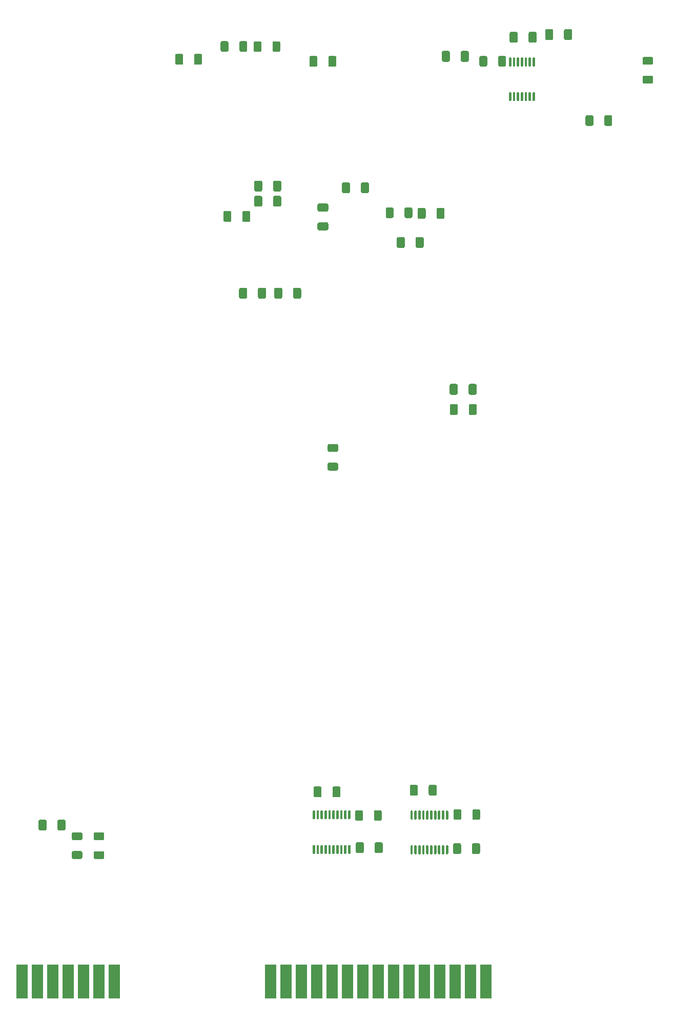
<source format=gbp>
%TF.GenerationSoftware,KiCad,Pcbnew,5.1.9+dfsg1-1+deb11u1*%
%TF.CreationDate,2025-09-29T16:31:51+02:00*%
%TF.ProjectId,VERA-MODULE-RBL,56455241-2d4d-44f4-9455-4c452d52424c,1.0*%
%TF.SameCoordinates,Original*%
%TF.FileFunction,Paste,Bot*%
%TF.FilePolarity,Positive*%
%FSLAX46Y46*%
G04 Gerber Fmt 4.6, Leading zero omitted, Abs format (unit mm)*
G04 Created by KiCad (PCBNEW 5.1.9+dfsg1-1+deb11u1) date 2025-09-29 16:31:51*
%MOMM*%
%LPD*%
G01*
G04 APERTURE LIST*
%ADD10R,1.930400X5.588000*%
G04 APERTURE END LIST*
%TO.C,U8*%
G36*
G01*
X252450000Y-55725000D02*
X252250000Y-55725000D01*
G75*
G02*
X252150000Y-55625000I0J100000D01*
G01*
X252150000Y-54350000D01*
G75*
G02*
X252250000Y-54250000I100000J0D01*
G01*
X252450000Y-54250000D01*
G75*
G02*
X252550000Y-54350000I0J-100000D01*
G01*
X252550000Y-55625000D01*
G75*
G02*
X252450000Y-55725000I-100000J0D01*
G01*
G37*
G36*
G01*
X251800000Y-55725000D02*
X251600000Y-55725000D01*
G75*
G02*
X251500000Y-55625000I0J100000D01*
G01*
X251500000Y-54350000D01*
G75*
G02*
X251600000Y-54250000I100000J0D01*
G01*
X251800000Y-54250000D01*
G75*
G02*
X251900000Y-54350000I0J-100000D01*
G01*
X251900000Y-55625000D01*
G75*
G02*
X251800000Y-55725000I-100000J0D01*
G01*
G37*
G36*
G01*
X251150000Y-55725000D02*
X250950000Y-55725000D01*
G75*
G02*
X250850000Y-55625000I0J100000D01*
G01*
X250850000Y-54350000D01*
G75*
G02*
X250950000Y-54250000I100000J0D01*
G01*
X251150000Y-54250000D01*
G75*
G02*
X251250000Y-54350000I0J-100000D01*
G01*
X251250000Y-55625000D01*
G75*
G02*
X251150000Y-55725000I-100000J0D01*
G01*
G37*
G36*
G01*
X250500000Y-55725000D02*
X250300000Y-55725000D01*
G75*
G02*
X250200000Y-55625000I0J100000D01*
G01*
X250200000Y-54350000D01*
G75*
G02*
X250300000Y-54250000I100000J0D01*
G01*
X250500000Y-54250000D01*
G75*
G02*
X250600000Y-54350000I0J-100000D01*
G01*
X250600000Y-55625000D01*
G75*
G02*
X250500000Y-55725000I-100000J0D01*
G01*
G37*
G36*
G01*
X249850000Y-55725000D02*
X249650000Y-55725000D01*
G75*
G02*
X249550000Y-55625000I0J100000D01*
G01*
X249550000Y-54350000D01*
G75*
G02*
X249650000Y-54250000I100000J0D01*
G01*
X249850000Y-54250000D01*
G75*
G02*
X249950000Y-54350000I0J-100000D01*
G01*
X249950000Y-55625000D01*
G75*
G02*
X249850000Y-55725000I-100000J0D01*
G01*
G37*
G36*
G01*
X249200000Y-55725000D02*
X249000000Y-55725000D01*
G75*
G02*
X248900000Y-55625000I0J100000D01*
G01*
X248900000Y-54350000D01*
G75*
G02*
X249000000Y-54250000I100000J0D01*
G01*
X249200000Y-54250000D01*
G75*
G02*
X249300000Y-54350000I0J-100000D01*
G01*
X249300000Y-55625000D01*
G75*
G02*
X249200000Y-55725000I-100000J0D01*
G01*
G37*
G36*
G01*
X248550000Y-55725000D02*
X248350000Y-55725000D01*
G75*
G02*
X248250000Y-55625000I0J100000D01*
G01*
X248250000Y-54350000D01*
G75*
G02*
X248350000Y-54250000I100000J0D01*
G01*
X248550000Y-54250000D01*
G75*
G02*
X248650000Y-54350000I0J-100000D01*
G01*
X248650000Y-55625000D01*
G75*
G02*
X248550000Y-55725000I-100000J0D01*
G01*
G37*
G36*
G01*
X248550000Y-61450000D02*
X248350000Y-61450000D01*
G75*
G02*
X248250000Y-61350000I0J100000D01*
G01*
X248250000Y-60075000D01*
G75*
G02*
X248350000Y-59975000I100000J0D01*
G01*
X248550000Y-59975000D01*
G75*
G02*
X248650000Y-60075000I0J-100000D01*
G01*
X248650000Y-61350000D01*
G75*
G02*
X248550000Y-61450000I-100000J0D01*
G01*
G37*
G36*
G01*
X249200000Y-61450000D02*
X249000000Y-61450000D01*
G75*
G02*
X248900000Y-61350000I0J100000D01*
G01*
X248900000Y-60075000D01*
G75*
G02*
X249000000Y-59975000I100000J0D01*
G01*
X249200000Y-59975000D01*
G75*
G02*
X249300000Y-60075000I0J-100000D01*
G01*
X249300000Y-61350000D01*
G75*
G02*
X249200000Y-61450000I-100000J0D01*
G01*
G37*
G36*
G01*
X249850000Y-61450000D02*
X249650000Y-61450000D01*
G75*
G02*
X249550000Y-61350000I0J100000D01*
G01*
X249550000Y-60075000D01*
G75*
G02*
X249650000Y-59975000I100000J0D01*
G01*
X249850000Y-59975000D01*
G75*
G02*
X249950000Y-60075000I0J-100000D01*
G01*
X249950000Y-61350000D01*
G75*
G02*
X249850000Y-61450000I-100000J0D01*
G01*
G37*
G36*
G01*
X250500000Y-61450000D02*
X250300000Y-61450000D01*
G75*
G02*
X250200000Y-61350000I0J100000D01*
G01*
X250200000Y-60075000D01*
G75*
G02*
X250300000Y-59975000I100000J0D01*
G01*
X250500000Y-59975000D01*
G75*
G02*
X250600000Y-60075000I0J-100000D01*
G01*
X250600000Y-61350000D01*
G75*
G02*
X250500000Y-61450000I-100000J0D01*
G01*
G37*
G36*
G01*
X251150000Y-61450000D02*
X250950000Y-61450000D01*
G75*
G02*
X250850000Y-61350000I0J100000D01*
G01*
X250850000Y-60075000D01*
G75*
G02*
X250950000Y-59975000I100000J0D01*
G01*
X251150000Y-59975000D01*
G75*
G02*
X251250000Y-60075000I0J-100000D01*
G01*
X251250000Y-61350000D01*
G75*
G02*
X251150000Y-61450000I-100000J0D01*
G01*
G37*
G36*
G01*
X251800000Y-61450000D02*
X251600000Y-61450000D01*
G75*
G02*
X251500000Y-61350000I0J100000D01*
G01*
X251500000Y-60075000D01*
G75*
G02*
X251600000Y-59975000I100000J0D01*
G01*
X251800000Y-59975000D01*
G75*
G02*
X251900000Y-60075000I0J-100000D01*
G01*
X251900000Y-61350000D01*
G75*
G02*
X251800000Y-61450000I-100000J0D01*
G01*
G37*
G36*
G01*
X252450000Y-61450000D02*
X252250000Y-61450000D01*
G75*
G02*
X252150000Y-61350000I0J100000D01*
G01*
X252150000Y-60075000D01*
G75*
G02*
X252250000Y-59975000I100000J0D01*
G01*
X252450000Y-59975000D01*
G75*
G02*
X252550000Y-60075000I0J-100000D01*
G01*
X252550000Y-61350000D01*
G75*
G02*
X252450000Y-61450000I-100000J0D01*
G01*
G37*
%TD*%
%TO.C,R45*%
G36*
G01*
X229200000Y-79274999D02*
X229200000Y-80525001D01*
G75*
G02*
X228950001Y-80775000I-249999J0D01*
G01*
X228149999Y-80775000D01*
G75*
G02*
X227900000Y-80525001I0J249999D01*
G01*
X227900000Y-79274999D01*
G75*
G02*
X228149999Y-79025000I249999J0D01*
G01*
X228950001Y-79025000D01*
G75*
G02*
X229200000Y-79274999I0J-249999D01*
G01*
G37*
G36*
G01*
X232300000Y-79274999D02*
X232300000Y-80525001D01*
G75*
G02*
X232050001Y-80775000I-249999J0D01*
G01*
X231249999Y-80775000D01*
G75*
G02*
X231000000Y-80525001I0J249999D01*
G01*
X231000000Y-79274999D01*
G75*
G02*
X231249999Y-79025000I249999J0D01*
G01*
X232050001Y-79025000D01*
G75*
G02*
X232300000Y-79274999I0J-249999D01*
G01*
G37*
%TD*%
%TO.C,C35*%
G36*
G01*
X232840000Y-85470003D02*
X232840000Y-84169997D01*
G75*
G02*
X233089997Y-83920000I249997J0D01*
G01*
X233915003Y-83920000D01*
G75*
G02*
X234165000Y-84169997I0J-249997D01*
G01*
X234165000Y-85470003D01*
G75*
G02*
X233915003Y-85720000I-249997J0D01*
G01*
X233089997Y-85720000D01*
G75*
G02*
X232840000Y-85470003I0J249997D01*
G01*
G37*
G36*
G01*
X229715000Y-85470003D02*
X229715000Y-84169997D01*
G75*
G02*
X229964997Y-83920000I249997J0D01*
G01*
X230790003Y-83920000D01*
G75*
G02*
X231040000Y-84169997I0J-249997D01*
G01*
X231040000Y-85470003D01*
G75*
G02*
X230790003Y-85720000I-249997J0D01*
G01*
X229964997Y-85720000D01*
G75*
G02*
X229715000Y-85470003I0J249997D01*
G01*
G37*
%TD*%
%TO.C,C33*%
G36*
G01*
X223800000Y-76425003D02*
X223800000Y-75124997D01*
G75*
G02*
X224049997Y-74875000I249997J0D01*
G01*
X224875003Y-74875000D01*
G75*
G02*
X225125000Y-75124997I0J-249997D01*
G01*
X225125000Y-76425003D01*
G75*
G02*
X224875003Y-76675000I-249997J0D01*
G01*
X224049997Y-76675000D01*
G75*
G02*
X223800000Y-76425003I0J249997D01*
G01*
G37*
G36*
G01*
X220675000Y-76425003D02*
X220675000Y-75124997D01*
G75*
G02*
X220924997Y-74875000I249997J0D01*
G01*
X221750003Y-74875000D01*
G75*
G02*
X222000000Y-75124997I0J-249997D01*
G01*
X222000000Y-76425003D01*
G75*
G02*
X221750003Y-76675000I-249997J0D01*
G01*
X220924997Y-76675000D01*
G75*
G02*
X220675000Y-76425003I0J249997D01*
G01*
G37*
%TD*%
%TO.C,C32*%
G36*
G01*
X218175003Y-79700000D02*
X216874997Y-79700000D01*
G75*
G02*
X216625000Y-79450003I0J249997D01*
G01*
X216625000Y-78624997D01*
G75*
G02*
X216874997Y-78375000I249997J0D01*
G01*
X218175003Y-78375000D01*
G75*
G02*
X218425000Y-78624997I0J-249997D01*
G01*
X218425000Y-79450003D01*
G75*
G02*
X218175003Y-79700000I-249997J0D01*
G01*
G37*
G36*
G01*
X218175003Y-82825000D02*
X216874997Y-82825000D01*
G75*
G02*
X216625000Y-82575003I0J249997D01*
G01*
X216625000Y-81749997D01*
G75*
G02*
X216874997Y-81500000I249997J0D01*
G01*
X218175003Y-81500000D01*
G75*
G02*
X218425000Y-81749997I0J-249997D01*
G01*
X218425000Y-82575003D01*
G75*
G02*
X218175003Y-82825000I-249997J0D01*
G01*
G37*
%TD*%
%TO.C,C31*%
G36*
G01*
X236300000Y-80650003D02*
X236300000Y-79349997D01*
G75*
G02*
X236549997Y-79100000I249997J0D01*
G01*
X237375003Y-79100000D01*
G75*
G02*
X237625000Y-79349997I0J-249997D01*
G01*
X237625000Y-80650003D01*
G75*
G02*
X237375003Y-80900000I-249997J0D01*
G01*
X236549997Y-80900000D01*
G75*
G02*
X236300000Y-80650003I0J249997D01*
G01*
G37*
G36*
G01*
X233175000Y-80650003D02*
X233175000Y-79349997D01*
G75*
G02*
X233424997Y-79100000I249997J0D01*
G01*
X234250003Y-79100000D01*
G75*
G02*
X234500000Y-79349997I0J-249997D01*
G01*
X234500000Y-80650003D01*
G75*
G02*
X234250003Y-80900000I-249997J0D01*
G01*
X233424997Y-80900000D01*
G75*
G02*
X233175000Y-80650003I0J249997D01*
G01*
G37*
%TD*%
%TO.C,C29*%
G36*
G01*
X240300000Y-54700003D02*
X240300000Y-53399997D01*
G75*
G02*
X240549997Y-53150000I249997J0D01*
G01*
X241375003Y-53150000D01*
G75*
G02*
X241625000Y-53399997I0J-249997D01*
G01*
X241625000Y-54700003D01*
G75*
G02*
X241375003Y-54950000I-249997J0D01*
G01*
X240549997Y-54950000D01*
G75*
G02*
X240300000Y-54700003I0J249997D01*
G01*
G37*
G36*
G01*
X237175000Y-54700003D02*
X237175000Y-53399997D01*
G75*
G02*
X237424997Y-53150000I249997J0D01*
G01*
X238250003Y-53150000D01*
G75*
G02*
X238500000Y-53399997I0J-249997D01*
G01*
X238500000Y-54700003D01*
G75*
G02*
X238250003Y-54950000I-249997J0D01*
G01*
X237424997Y-54950000D01*
G75*
G02*
X237175000Y-54700003I0J249997D01*
G01*
G37*
%TD*%
%TO.C,C27*%
G36*
G01*
X249700000Y-50249997D02*
X249700000Y-51550003D01*
G75*
G02*
X249450003Y-51800000I-249997J0D01*
G01*
X248624997Y-51800000D01*
G75*
G02*
X248375000Y-51550003I0J249997D01*
G01*
X248375000Y-50249997D01*
G75*
G02*
X248624997Y-50000000I249997J0D01*
G01*
X249450003Y-50000000D01*
G75*
G02*
X249700000Y-50249997I0J-249997D01*
G01*
G37*
G36*
G01*
X252825000Y-50249997D02*
X252825000Y-51550003D01*
G75*
G02*
X252575003Y-51800000I-249997J0D01*
G01*
X251749997Y-51800000D01*
G75*
G02*
X251500000Y-51550003I0J249997D01*
G01*
X251500000Y-50249997D01*
G75*
G02*
X251749997Y-50000000I249997J0D01*
G01*
X252575003Y-50000000D01*
G75*
G02*
X252825000Y-50249997I0J-249997D01*
G01*
G37*
%TD*%
%TO.C,C26*%
G36*
G01*
X257350000Y-51100003D02*
X257350000Y-49799997D01*
G75*
G02*
X257599997Y-49550000I249997J0D01*
G01*
X258425003Y-49550000D01*
G75*
G02*
X258675000Y-49799997I0J-249997D01*
G01*
X258675000Y-51100003D01*
G75*
G02*
X258425003Y-51350000I-249997J0D01*
G01*
X257599997Y-51350000D01*
G75*
G02*
X257350000Y-51100003I0J249997D01*
G01*
G37*
G36*
G01*
X254225000Y-51100003D02*
X254225000Y-49799997D01*
G75*
G02*
X254474997Y-49550000I249997J0D01*
G01*
X255300003Y-49550000D01*
G75*
G02*
X255550000Y-49799997I0J-249997D01*
G01*
X255550000Y-51100003D01*
G75*
G02*
X255300003Y-51350000I-249997J0D01*
G01*
X254474997Y-51350000D01*
G75*
G02*
X254225000Y-51100003I0J249997D01*
G01*
G37*
%TD*%
%TO.C,C3*%
G36*
G01*
X207500000Y-74849997D02*
X207500000Y-76150003D01*
G75*
G02*
X207250003Y-76400000I-249997J0D01*
G01*
X206424997Y-76400000D01*
G75*
G02*
X206175000Y-76150003I0J249997D01*
G01*
X206175000Y-74849997D01*
G75*
G02*
X206424997Y-74600000I249997J0D01*
G01*
X207250003Y-74600000D01*
G75*
G02*
X207500000Y-74849997I0J-249997D01*
G01*
G37*
G36*
G01*
X210625000Y-74849997D02*
X210625000Y-76150003D01*
G75*
G02*
X210375003Y-76400000I-249997J0D01*
G01*
X209549997Y-76400000D01*
G75*
G02*
X209300000Y-76150003I0J249997D01*
G01*
X209300000Y-74849997D01*
G75*
G02*
X209549997Y-74600000I249997J0D01*
G01*
X210375003Y-74600000D01*
G75*
G02*
X210625000Y-74849997I0J-249997D01*
G01*
G37*
%TD*%
%TO.C,C6*%
G36*
G01*
X209300000Y-78650003D02*
X209300000Y-77349997D01*
G75*
G02*
X209549997Y-77100000I249997J0D01*
G01*
X210375003Y-77100000D01*
G75*
G02*
X210625000Y-77349997I0J-249997D01*
G01*
X210625000Y-78650003D01*
G75*
G02*
X210375003Y-78900000I-249997J0D01*
G01*
X209549997Y-78900000D01*
G75*
G02*
X209300000Y-78650003I0J249997D01*
G01*
G37*
G36*
G01*
X206175000Y-78650003D02*
X206175000Y-77349997D01*
G75*
G02*
X206424997Y-77100000I249997J0D01*
G01*
X207250003Y-77100000D01*
G75*
G02*
X207500000Y-77349997I0J-249997D01*
G01*
X207500000Y-78650003D01*
G75*
G02*
X207250003Y-78900000I-249997J0D01*
G01*
X206424997Y-78900000D01*
G75*
G02*
X206175000Y-78650003I0J249997D01*
G01*
G37*
%TD*%
%TO.C,C7*%
G36*
G01*
X202400000Y-79849997D02*
X202400000Y-81150003D01*
G75*
G02*
X202150003Y-81400000I-249997J0D01*
G01*
X201324997Y-81400000D01*
G75*
G02*
X201075000Y-81150003I0J249997D01*
G01*
X201075000Y-79849997D01*
G75*
G02*
X201324997Y-79600000I249997J0D01*
G01*
X202150003Y-79600000D01*
G75*
G02*
X202400000Y-79849997I0J-249997D01*
G01*
G37*
G36*
G01*
X205525000Y-79849997D02*
X205525000Y-81150003D01*
G75*
G02*
X205275003Y-81400000I-249997J0D01*
G01*
X204449997Y-81400000D01*
G75*
G02*
X204200000Y-81150003I0J249997D01*
G01*
X204200000Y-79849997D01*
G75*
G02*
X204449997Y-79600000I249997J0D01*
G01*
X205275003Y-79600000D01*
G75*
G02*
X205525000Y-79849997I0J-249997D01*
G01*
G37*
%TD*%
%TO.C,C13*%
G36*
G01*
X242915000Y-108439997D02*
X242915000Y-109740003D01*
G75*
G02*
X242665003Y-109990000I-249997J0D01*
G01*
X241839997Y-109990000D01*
G75*
G02*
X241590000Y-109740003I0J249997D01*
G01*
X241590000Y-108439997D01*
G75*
G02*
X241839997Y-108190000I249997J0D01*
G01*
X242665003Y-108190000D01*
G75*
G02*
X242915000Y-108439997I0J-249997D01*
G01*
G37*
G36*
G01*
X239790000Y-108439997D02*
X239790000Y-109740003D01*
G75*
G02*
X239540003Y-109990000I-249997J0D01*
G01*
X238714997Y-109990000D01*
G75*
G02*
X238465000Y-109740003I0J249997D01*
G01*
X238465000Y-108439997D01*
G75*
G02*
X238714997Y-108190000I249997J0D01*
G01*
X239540003Y-108190000D01*
G75*
G02*
X239790000Y-108439997I0J-249997D01*
G01*
G37*
%TD*%
%TO.C,C14*%
G36*
G01*
X242935000Y-111769997D02*
X242935000Y-113070003D01*
G75*
G02*
X242685003Y-113320000I-249997J0D01*
G01*
X241859997Y-113320000D01*
G75*
G02*
X241610000Y-113070003I0J249997D01*
G01*
X241610000Y-111769997D01*
G75*
G02*
X241859997Y-111520000I249997J0D01*
G01*
X242685003Y-111520000D01*
G75*
G02*
X242935000Y-111769997I0J-249997D01*
G01*
G37*
G36*
G01*
X239810000Y-111769997D02*
X239810000Y-113070003D01*
G75*
G02*
X239560003Y-113320000I-249997J0D01*
G01*
X238734997Y-113320000D01*
G75*
G02*
X238485000Y-113070003I0J249997D01*
G01*
X238485000Y-111769997D01*
G75*
G02*
X238734997Y-111520000I249997J0D01*
G01*
X239560003Y-111520000D01*
G75*
G02*
X239810000Y-111769997I0J-249997D01*
G01*
G37*
%TD*%
%TO.C,C53*%
G36*
G01*
X194437500Y-53899997D02*
X194437500Y-55200003D01*
G75*
G02*
X194187503Y-55450000I-249997J0D01*
G01*
X193362497Y-55450000D01*
G75*
G02*
X193112500Y-55200003I0J249997D01*
G01*
X193112500Y-53899997D01*
G75*
G02*
X193362497Y-53650000I249997J0D01*
G01*
X194187503Y-53650000D01*
G75*
G02*
X194437500Y-53899997I0J-249997D01*
G01*
G37*
G36*
G01*
X197562500Y-53899997D02*
X197562500Y-55200003D01*
G75*
G02*
X197312503Y-55450000I-249997J0D01*
G01*
X196487497Y-55450000D01*
G75*
G02*
X196237500Y-55200003I0J249997D01*
G01*
X196237500Y-53899997D01*
G75*
G02*
X196487497Y-53650000I249997J0D01*
G01*
X197312503Y-53650000D01*
G75*
G02*
X197562500Y-53899997I0J-249997D01*
G01*
G37*
%TD*%
%TO.C,C54*%
G36*
G01*
X215285000Y-55530003D02*
X215285000Y-54229997D01*
G75*
G02*
X215534997Y-53980000I249997J0D01*
G01*
X216360003Y-53980000D01*
G75*
G02*
X216610000Y-54229997I0J-249997D01*
G01*
X216610000Y-55530003D01*
G75*
G02*
X216360003Y-55780000I-249997J0D01*
G01*
X215534997Y-55780000D01*
G75*
G02*
X215285000Y-55530003I0J249997D01*
G01*
G37*
G36*
G01*
X218410000Y-55530003D02*
X218410000Y-54229997D01*
G75*
G02*
X218659997Y-53980000I249997J0D01*
G01*
X219485003Y-53980000D01*
G75*
G02*
X219735000Y-54229997I0J-249997D01*
G01*
X219735000Y-55530003D01*
G75*
G02*
X219485003Y-55780000I-249997J0D01*
G01*
X218659997Y-55780000D01*
G75*
G02*
X218410000Y-55530003I0J249997D01*
G01*
G37*
%TD*%
D10*
%TO.C,CART1*%
X244430000Y-207000000D03*
X241890000Y-207000000D03*
X239350000Y-207000000D03*
X236810000Y-207000000D03*
X234270000Y-207000000D03*
X231730000Y-207000000D03*
X229190000Y-207000000D03*
X226650000Y-207000000D03*
X224110000Y-207000000D03*
X221570000Y-207000000D03*
X219030000Y-207000000D03*
X216490000Y-207000000D03*
X213950000Y-207000000D03*
X211410000Y-207000000D03*
X208870000Y-207000000D03*
%TD*%
%TO.C,ECI1*%
X183040000Y-207000000D03*
X180500000Y-207000000D03*
X177960000Y-207000000D03*
X175420000Y-207000000D03*
X172880000Y-207000000D03*
X170340000Y-207000000D03*
X167800000Y-207000000D03*
%TD*%
%TO.C,R29*%
G36*
G01*
X210480000Y-51814999D02*
X210480000Y-53065001D01*
G75*
G02*
X210230001Y-53315000I-249999J0D01*
G01*
X209429999Y-53315000D01*
G75*
G02*
X209180000Y-53065001I0J249999D01*
G01*
X209180000Y-51814999D01*
G75*
G02*
X209429999Y-51565000I249999J0D01*
G01*
X210230001Y-51565000D01*
G75*
G02*
X210480000Y-51814999I0J-249999D01*
G01*
G37*
G36*
G01*
X207380000Y-51814999D02*
X207380000Y-53065001D01*
G75*
G02*
X207130001Y-53315000I-249999J0D01*
G01*
X206329999Y-53315000D01*
G75*
G02*
X206080000Y-53065001I0J249999D01*
G01*
X206080000Y-51814999D01*
G75*
G02*
X206329999Y-51565000I249999J0D01*
G01*
X207130001Y-51565000D01*
G75*
G02*
X207380000Y-51814999I0J-249999D01*
G01*
G37*
%TD*%
%TO.C,R30*%
G36*
G01*
X201920000Y-51794999D02*
X201920000Y-53045001D01*
G75*
G02*
X201670001Y-53295000I-249999J0D01*
G01*
X200869999Y-53295000D01*
G75*
G02*
X200620000Y-53045001I0J249999D01*
G01*
X200620000Y-51794999D01*
G75*
G02*
X200869999Y-51545000I249999J0D01*
G01*
X201670001Y-51545000D01*
G75*
G02*
X201920000Y-51794999I0J-249999D01*
G01*
G37*
G36*
G01*
X205020000Y-51794999D02*
X205020000Y-53045001D01*
G75*
G02*
X204770001Y-53295000I-249999J0D01*
G01*
X203969999Y-53295000D01*
G75*
G02*
X203720000Y-53045001I0J249999D01*
G01*
X203720000Y-51794999D01*
G75*
G02*
X203969999Y-51545000I249999J0D01*
G01*
X204770001Y-51545000D01*
G75*
G02*
X205020000Y-51794999I0J-249999D01*
G01*
G37*
%TD*%
%TO.C,R42*%
G36*
G01*
X247770000Y-54244999D02*
X247770000Y-55495001D01*
G75*
G02*
X247520001Y-55745000I-249999J0D01*
G01*
X246719999Y-55745000D01*
G75*
G02*
X246470000Y-55495001I0J249999D01*
G01*
X246470000Y-54244999D01*
G75*
G02*
X246719999Y-53995000I249999J0D01*
G01*
X247520001Y-53995000D01*
G75*
G02*
X247770000Y-54244999I0J-249999D01*
G01*
G37*
G36*
G01*
X244670000Y-54244999D02*
X244670000Y-55495001D01*
G75*
G02*
X244420001Y-55745000I-249999J0D01*
G01*
X243619999Y-55745000D01*
G75*
G02*
X243370000Y-55495001I0J249999D01*
G01*
X243370000Y-54244999D01*
G75*
G02*
X243619999Y-53995000I249999J0D01*
G01*
X244420001Y-53995000D01*
G75*
G02*
X244670000Y-54244999I0J-249999D01*
G01*
G37*
%TD*%
%TO.C,C59*%
G36*
G01*
X206800000Y-93850003D02*
X206800000Y-92549997D01*
G75*
G02*
X207049997Y-92300000I249997J0D01*
G01*
X207875003Y-92300000D01*
G75*
G02*
X208125000Y-92549997I0J-249997D01*
G01*
X208125000Y-93850003D01*
G75*
G02*
X207875003Y-94100000I-249997J0D01*
G01*
X207049997Y-94100000D01*
G75*
G02*
X206800000Y-93850003I0J249997D01*
G01*
G37*
G36*
G01*
X203675000Y-93850003D02*
X203675000Y-92549997D01*
G75*
G02*
X203924997Y-92300000I249997J0D01*
G01*
X204750003Y-92300000D01*
G75*
G02*
X205000000Y-92549997I0J-249997D01*
G01*
X205000000Y-93850003D01*
G75*
G02*
X204750003Y-94100000I-249997J0D01*
G01*
X203924997Y-94100000D01*
G75*
G02*
X203675000Y-93850003I0J249997D01*
G01*
G37*
%TD*%
%TO.C,C60*%
G36*
G01*
X209475000Y-93850003D02*
X209475000Y-92549997D01*
G75*
G02*
X209724997Y-92300000I249997J0D01*
G01*
X210550003Y-92300000D01*
G75*
G02*
X210800000Y-92549997I0J-249997D01*
G01*
X210800000Y-93850003D01*
G75*
G02*
X210550003Y-94100000I-249997J0D01*
G01*
X209724997Y-94100000D01*
G75*
G02*
X209475000Y-93850003I0J249997D01*
G01*
G37*
G36*
G01*
X212600000Y-93850003D02*
X212600000Y-92549997D01*
G75*
G02*
X212849997Y-92300000I249997J0D01*
G01*
X213675003Y-92300000D01*
G75*
G02*
X213925000Y-92549997I0J-249997D01*
G01*
X213925000Y-93850003D01*
G75*
G02*
X213675003Y-94100000I-249997J0D01*
G01*
X212849997Y-94100000D01*
G75*
G02*
X212600000Y-93850003I0J249997D01*
G01*
G37*
%TD*%
%TO.C,C1*%
G36*
G01*
X239025000Y-185650003D02*
X239025000Y-184349997D01*
G75*
G02*
X239274997Y-184100000I249997J0D01*
G01*
X240100003Y-184100000D01*
G75*
G02*
X240350000Y-184349997I0J-249997D01*
G01*
X240350000Y-185650003D01*
G75*
G02*
X240100003Y-185900000I-249997J0D01*
G01*
X239274997Y-185900000D01*
G75*
G02*
X239025000Y-185650003I0J249997D01*
G01*
G37*
G36*
G01*
X242150000Y-185650003D02*
X242150000Y-184349997D01*
G75*
G02*
X242399997Y-184100000I249997J0D01*
G01*
X243225003Y-184100000D01*
G75*
G02*
X243475000Y-184349997I0J-249997D01*
G01*
X243475000Y-185650003D01*
G75*
G02*
X243225003Y-185900000I-249997J0D01*
G01*
X242399997Y-185900000D01*
G75*
G02*
X242150000Y-185650003I0J249997D01*
G01*
G37*
%TD*%
%TO.C,C11*%
G36*
G01*
X222950000Y-185500003D02*
X222950000Y-184199997D01*
G75*
G02*
X223199997Y-183950000I249997J0D01*
G01*
X224025003Y-183950000D01*
G75*
G02*
X224275000Y-184199997I0J-249997D01*
G01*
X224275000Y-185500003D01*
G75*
G02*
X224025003Y-185750000I-249997J0D01*
G01*
X223199997Y-185750000D01*
G75*
G02*
X222950000Y-185500003I0J249997D01*
G01*
G37*
G36*
G01*
X226075000Y-185500003D02*
X226075000Y-184199997D01*
G75*
G02*
X226324997Y-183950000I249997J0D01*
G01*
X227150003Y-183950000D01*
G75*
G02*
X227400000Y-184199997I0J-249997D01*
G01*
X227400000Y-185500003D01*
G75*
G02*
X227150003Y-185750000I-249997J0D01*
G01*
X226324997Y-185750000D01*
G75*
G02*
X226075000Y-185500003I0J249997D01*
G01*
G37*
%TD*%
%TO.C,C55*%
G36*
G01*
X235000000Y-176000003D02*
X235000000Y-174699997D01*
G75*
G02*
X235249997Y-174450000I249997J0D01*
G01*
X236075003Y-174450000D01*
G75*
G02*
X236325000Y-174699997I0J-249997D01*
G01*
X236325000Y-176000003D01*
G75*
G02*
X236075003Y-176250000I-249997J0D01*
G01*
X235249997Y-176250000D01*
G75*
G02*
X235000000Y-176000003I0J249997D01*
G01*
G37*
G36*
G01*
X231875000Y-176000003D02*
X231875000Y-174699997D01*
G75*
G02*
X232124997Y-174450000I249997J0D01*
G01*
X232950003Y-174450000D01*
G75*
G02*
X233200000Y-174699997I0J-249997D01*
G01*
X233200000Y-176000003D01*
G75*
G02*
X232950003Y-176250000I-249997J0D01*
G01*
X232124997Y-176250000D01*
G75*
G02*
X231875000Y-176000003I0J249997D01*
G01*
G37*
%TD*%
%TO.C,C56*%
G36*
G01*
X170550000Y-181750003D02*
X170550000Y-180449997D01*
G75*
G02*
X170799997Y-180200000I249997J0D01*
G01*
X171625003Y-180200000D01*
G75*
G02*
X171875000Y-180449997I0J-249997D01*
G01*
X171875000Y-181750003D01*
G75*
G02*
X171625003Y-182000000I-249997J0D01*
G01*
X170799997Y-182000000D01*
G75*
G02*
X170550000Y-181750003I0J249997D01*
G01*
G37*
G36*
G01*
X173675000Y-181750003D02*
X173675000Y-180449997D01*
G75*
G02*
X173924997Y-180200000I249997J0D01*
G01*
X174750003Y-180200000D01*
G75*
G02*
X175000000Y-180449997I0J-249997D01*
G01*
X175000000Y-181750003D01*
G75*
G02*
X174750003Y-182000000I-249997J0D01*
G01*
X173924997Y-182000000D01*
G75*
G02*
X173675000Y-181750003I0J249997D01*
G01*
G37*
%TD*%
%TO.C,C58*%
G36*
G01*
X217300000Y-174974997D02*
X217300000Y-176275003D01*
G75*
G02*
X217050003Y-176525000I-249997J0D01*
G01*
X216224997Y-176525000D01*
G75*
G02*
X215975000Y-176275003I0J249997D01*
G01*
X215975000Y-174974997D01*
G75*
G02*
X216224997Y-174725000I249997J0D01*
G01*
X217050003Y-174725000D01*
G75*
G02*
X217300000Y-174974997I0J-249997D01*
G01*
G37*
G36*
G01*
X220425000Y-174974997D02*
X220425000Y-176275003D01*
G75*
G02*
X220175003Y-176525000I-249997J0D01*
G01*
X219349997Y-176525000D01*
G75*
G02*
X219100000Y-176275003I0J249997D01*
G01*
X219100000Y-174974997D01*
G75*
G02*
X219349997Y-174725000I249997J0D01*
G01*
X220175003Y-174725000D01*
G75*
G02*
X220425000Y-174974997I0J-249997D01*
G01*
G37*
%TD*%
%TO.C,R6*%
G36*
G01*
X243500000Y-178749999D02*
X243500000Y-180000001D01*
G75*
G02*
X243250001Y-180250000I-249999J0D01*
G01*
X242449999Y-180250000D01*
G75*
G02*
X242200000Y-180000001I0J249999D01*
G01*
X242200000Y-178749999D01*
G75*
G02*
X242449999Y-178500000I249999J0D01*
G01*
X243250001Y-178500000D01*
G75*
G02*
X243500000Y-178749999I0J-249999D01*
G01*
G37*
G36*
G01*
X240400000Y-178749999D02*
X240400000Y-180000001D01*
G75*
G02*
X240150001Y-180250000I-249999J0D01*
G01*
X239349999Y-180250000D01*
G75*
G02*
X239100000Y-180000001I0J249999D01*
G01*
X239100000Y-178749999D01*
G75*
G02*
X239349999Y-178500000I249999J0D01*
G01*
X240150001Y-178500000D01*
G75*
G02*
X240400000Y-178749999I0J-249999D01*
G01*
G37*
%TD*%
%TO.C,R66*%
G36*
G01*
X227250000Y-178904999D02*
X227250000Y-180155001D01*
G75*
G02*
X227000001Y-180405000I-249999J0D01*
G01*
X226199999Y-180405000D01*
G75*
G02*
X225950000Y-180155001I0J249999D01*
G01*
X225950000Y-178904999D01*
G75*
G02*
X226199999Y-178655000I249999J0D01*
G01*
X227000001Y-178655000D01*
G75*
G02*
X227250000Y-178904999I0J-249999D01*
G01*
G37*
G36*
G01*
X224150000Y-178904999D02*
X224150000Y-180155001D01*
G75*
G02*
X223900001Y-180405000I-249999J0D01*
G01*
X223099999Y-180405000D01*
G75*
G02*
X222850000Y-180155001I0J249999D01*
G01*
X222850000Y-178904999D01*
G75*
G02*
X223099999Y-178655000I249999J0D01*
G01*
X223900001Y-178655000D01*
G75*
G02*
X224150000Y-178904999I0J-249999D01*
G01*
G37*
%TD*%
%TO.C,U3*%
G36*
G01*
X232075000Y-178725000D02*
X232275000Y-178725000D01*
G75*
G02*
X232375000Y-178825000I0J-100000D01*
G01*
X232375000Y-180100000D01*
G75*
G02*
X232275000Y-180200000I-100000J0D01*
G01*
X232075000Y-180200000D01*
G75*
G02*
X231975000Y-180100000I0J100000D01*
G01*
X231975000Y-178825000D01*
G75*
G02*
X232075000Y-178725000I100000J0D01*
G01*
G37*
G36*
G01*
X232725000Y-178725000D02*
X232925000Y-178725000D01*
G75*
G02*
X233025000Y-178825000I0J-100000D01*
G01*
X233025000Y-180100000D01*
G75*
G02*
X232925000Y-180200000I-100000J0D01*
G01*
X232725000Y-180200000D01*
G75*
G02*
X232625000Y-180100000I0J100000D01*
G01*
X232625000Y-178825000D01*
G75*
G02*
X232725000Y-178725000I100000J0D01*
G01*
G37*
G36*
G01*
X233375000Y-178725000D02*
X233575000Y-178725000D01*
G75*
G02*
X233675000Y-178825000I0J-100000D01*
G01*
X233675000Y-180100000D01*
G75*
G02*
X233575000Y-180200000I-100000J0D01*
G01*
X233375000Y-180200000D01*
G75*
G02*
X233275000Y-180100000I0J100000D01*
G01*
X233275000Y-178825000D01*
G75*
G02*
X233375000Y-178725000I100000J0D01*
G01*
G37*
G36*
G01*
X234025000Y-178725000D02*
X234225000Y-178725000D01*
G75*
G02*
X234325000Y-178825000I0J-100000D01*
G01*
X234325000Y-180100000D01*
G75*
G02*
X234225000Y-180200000I-100000J0D01*
G01*
X234025000Y-180200000D01*
G75*
G02*
X233925000Y-180100000I0J100000D01*
G01*
X233925000Y-178825000D01*
G75*
G02*
X234025000Y-178725000I100000J0D01*
G01*
G37*
G36*
G01*
X234675000Y-178725000D02*
X234875000Y-178725000D01*
G75*
G02*
X234975000Y-178825000I0J-100000D01*
G01*
X234975000Y-180100000D01*
G75*
G02*
X234875000Y-180200000I-100000J0D01*
G01*
X234675000Y-180200000D01*
G75*
G02*
X234575000Y-180100000I0J100000D01*
G01*
X234575000Y-178825000D01*
G75*
G02*
X234675000Y-178725000I100000J0D01*
G01*
G37*
G36*
G01*
X235325000Y-178725000D02*
X235525000Y-178725000D01*
G75*
G02*
X235625000Y-178825000I0J-100000D01*
G01*
X235625000Y-180100000D01*
G75*
G02*
X235525000Y-180200000I-100000J0D01*
G01*
X235325000Y-180200000D01*
G75*
G02*
X235225000Y-180100000I0J100000D01*
G01*
X235225000Y-178825000D01*
G75*
G02*
X235325000Y-178725000I100000J0D01*
G01*
G37*
G36*
G01*
X235975000Y-178725000D02*
X236175000Y-178725000D01*
G75*
G02*
X236275000Y-178825000I0J-100000D01*
G01*
X236275000Y-180100000D01*
G75*
G02*
X236175000Y-180200000I-100000J0D01*
G01*
X235975000Y-180200000D01*
G75*
G02*
X235875000Y-180100000I0J100000D01*
G01*
X235875000Y-178825000D01*
G75*
G02*
X235975000Y-178725000I100000J0D01*
G01*
G37*
G36*
G01*
X236625000Y-178725000D02*
X236825000Y-178725000D01*
G75*
G02*
X236925000Y-178825000I0J-100000D01*
G01*
X236925000Y-180100000D01*
G75*
G02*
X236825000Y-180200000I-100000J0D01*
G01*
X236625000Y-180200000D01*
G75*
G02*
X236525000Y-180100000I0J100000D01*
G01*
X236525000Y-178825000D01*
G75*
G02*
X236625000Y-178725000I100000J0D01*
G01*
G37*
G36*
G01*
X237275000Y-178725000D02*
X237475000Y-178725000D01*
G75*
G02*
X237575000Y-178825000I0J-100000D01*
G01*
X237575000Y-180100000D01*
G75*
G02*
X237475000Y-180200000I-100000J0D01*
G01*
X237275000Y-180200000D01*
G75*
G02*
X237175000Y-180100000I0J100000D01*
G01*
X237175000Y-178825000D01*
G75*
G02*
X237275000Y-178725000I100000J0D01*
G01*
G37*
G36*
G01*
X237925000Y-178725000D02*
X238125000Y-178725000D01*
G75*
G02*
X238225000Y-178825000I0J-100000D01*
G01*
X238225000Y-180100000D01*
G75*
G02*
X238125000Y-180200000I-100000J0D01*
G01*
X237925000Y-180200000D01*
G75*
G02*
X237825000Y-180100000I0J100000D01*
G01*
X237825000Y-178825000D01*
G75*
G02*
X237925000Y-178725000I100000J0D01*
G01*
G37*
G36*
G01*
X237925000Y-184450000D02*
X238125000Y-184450000D01*
G75*
G02*
X238225000Y-184550000I0J-100000D01*
G01*
X238225000Y-185825000D01*
G75*
G02*
X238125000Y-185925000I-100000J0D01*
G01*
X237925000Y-185925000D01*
G75*
G02*
X237825000Y-185825000I0J100000D01*
G01*
X237825000Y-184550000D01*
G75*
G02*
X237925000Y-184450000I100000J0D01*
G01*
G37*
G36*
G01*
X237275000Y-184450000D02*
X237475000Y-184450000D01*
G75*
G02*
X237575000Y-184550000I0J-100000D01*
G01*
X237575000Y-185825000D01*
G75*
G02*
X237475000Y-185925000I-100000J0D01*
G01*
X237275000Y-185925000D01*
G75*
G02*
X237175000Y-185825000I0J100000D01*
G01*
X237175000Y-184550000D01*
G75*
G02*
X237275000Y-184450000I100000J0D01*
G01*
G37*
G36*
G01*
X236625000Y-184450000D02*
X236825000Y-184450000D01*
G75*
G02*
X236925000Y-184550000I0J-100000D01*
G01*
X236925000Y-185825000D01*
G75*
G02*
X236825000Y-185925000I-100000J0D01*
G01*
X236625000Y-185925000D01*
G75*
G02*
X236525000Y-185825000I0J100000D01*
G01*
X236525000Y-184550000D01*
G75*
G02*
X236625000Y-184450000I100000J0D01*
G01*
G37*
G36*
G01*
X235975000Y-184450000D02*
X236175000Y-184450000D01*
G75*
G02*
X236275000Y-184550000I0J-100000D01*
G01*
X236275000Y-185825000D01*
G75*
G02*
X236175000Y-185925000I-100000J0D01*
G01*
X235975000Y-185925000D01*
G75*
G02*
X235875000Y-185825000I0J100000D01*
G01*
X235875000Y-184550000D01*
G75*
G02*
X235975000Y-184450000I100000J0D01*
G01*
G37*
G36*
G01*
X235325000Y-184450000D02*
X235525000Y-184450000D01*
G75*
G02*
X235625000Y-184550000I0J-100000D01*
G01*
X235625000Y-185825000D01*
G75*
G02*
X235525000Y-185925000I-100000J0D01*
G01*
X235325000Y-185925000D01*
G75*
G02*
X235225000Y-185825000I0J100000D01*
G01*
X235225000Y-184550000D01*
G75*
G02*
X235325000Y-184450000I100000J0D01*
G01*
G37*
G36*
G01*
X234675000Y-184450000D02*
X234875000Y-184450000D01*
G75*
G02*
X234975000Y-184550000I0J-100000D01*
G01*
X234975000Y-185825000D01*
G75*
G02*
X234875000Y-185925000I-100000J0D01*
G01*
X234675000Y-185925000D01*
G75*
G02*
X234575000Y-185825000I0J100000D01*
G01*
X234575000Y-184550000D01*
G75*
G02*
X234675000Y-184450000I100000J0D01*
G01*
G37*
G36*
G01*
X234025000Y-184450000D02*
X234225000Y-184450000D01*
G75*
G02*
X234325000Y-184550000I0J-100000D01*
G01*
X234325000Y-185825000D01*
G75*
G02*
X234225000Y-185925000I-100000J0D01*
G01*
X234025000Y-185925000D01*
G75*
G02*
X233925000Y-185825000I0J100000D01*
G01*
X233925000Y-184550000D01*
G75*
G02*
X234025000Y-184450000I100000J0D01*
G01*
G37*
G36*
G01*
X233375000Y-184450000D02*
X233575000Y-184450000D01*
G75*
G02*
X233675000Y-184550000I0J-100000D01*
G01*
X233675000Y-185825000D01*
G75*
G02*
X233575000Y-185925000I-100000J0D01*
G01*
X233375000Y-185925000D01*
G75*
G02*
X233275000Y-185825000I0J100000D01*
G01*
X233275000Y-184550000D01*
G75*
G02*
X233375000Y-184450000I100000J0D01*
G01*
G37*
G36*
G01*
X232725000Y-184450000D02*
X232925000Y-184450000D01*
G75*
G02*
X233025000Y-184550000I0J-100000D01*
G01*
X233025000Y-185825000D01*
G75*
G02*
X232925000Y-185925000I-100000J0D01*
G01*
X232725000Y-185925000D01*
G75*
G02*
X232625000Y-185825000I0J100000D01*
G01*
X232625000Y-184550000D01*
G75*
G02*
X232725000Y-184450000I100000J0D01*
G01*
G37*
G36*
G01*
X232075000Y-184450000D02*
X232275000Y-184450000D01*
G75*
G02*
X232375000Y-184550000I0J-100000D01*
G01*
X232375000Y-185825000D01*
G75*
G02*
X232275000Y-185925000I-100000J0D01*
G01*
X232075000Y-185925000D01*
G75*
G02*
X231975000Y-185825000I0J100000D01*
G01*
X231975000Y-184550000D01*
G75*
G02*
X232075000Y-184450000I100000J0D01*
G01*
G37*
%TD*%
%TO.C,U16*%
G36*
G01*
X215925000Y-178675000D02*
X216125000Y-178675000D01*
G75*
G02*
X216225000Y-178775000I0J-100000D01*
G01*
X216225000Y-180050000D01*
G75*
G02*
X216125000Y-180150000I-100000J0D01*
G01*
X215925000Y-180150000D01*
G75*
G02*
X215825000Y-180050000I0J100000D01*
G01*
X215825000Y-178775000D01*
G75*
G02*
X215925000Y-178675000I100000J0D01*
G01*
G37*
G36*
G01*
X216575000Y-178675000D02*
X216775000Y-178675000D01*
G75*
G02*
X216875000Y-178775000I0J-100000D01*
G01*
X216875000Y-180050000D01*
G75*
G02*
X216775000Y-180150000I-100000J0D01*
G01*
X216575000Y-180150000D01*
G75*
G02*
X216475000Y-180050000I0J100000D01*
G01*
X216475000Y-178775000D01*
G75*
G02*
X216575000Y-178675000I100000J0D01*
G01*
G37*
G36*
G01*
X217225000Y-178675000D02*
X217425000Y-178675000D01*
G75*
G02*
X217525000Y-178775000I0J-100000D01*
G01*
X217525000Y-180050000D01*
G75*
G02*
X217425000Y-180150000I-100000J0D01*
G01*
X217225000Y-180150000D01*
G75*
G02*
X217125000Y-180050000I0J100000D01*
G01*
X217125000Y-178775000D01*
G75*
G02*
X217225000Y-178675000I100000J0D01*
G01*
G37*
G36*
G01*
X217875000Y-178675000D02*
X218075000Y-178675000D01*
G75*
G02*
X218175000Y-178775000I0J-100000D01*
G01*
X218175000Y-180050000D01*
G75*
G02*
X218075000Y-180150000I-100000J0D01*
G01*
X217875000Y-180150000D01*
G75*
G02*
X217775000Y-180050000I0J100000D01*
G01*
X217775000Y-178775000D01*
G75*
G02*
X217875000Y-178675000I100000J0D01*
G01*
G37*
G36*
G01*
X218525000Y-178675000D02*
X218725000Y-178675000D01*
G75*
G02*
X218825000Y-178775000I0J-100000D01*
G01*
X218825000Y-180050000D01*
G75*
G02*
X218725000Y-180150000I-100000J0D01*
G01*
X218525000Y-180150000D01*
G75*
G02*
X218425000Y-180050000I0J100000D01*
G01*
X218425000Y-178775000D01*
G75*
G02*
X218525000Y-178675000I100000J0D01*
G01*
G37*
G36*
G01*
X219175000Y-178675000D02*
X219375000Y-178675000D01*
G75*
G02*
X219475000Y-178775000I0J-100000D01*
G01*
X219475000Y-180050000D01*
G75*
G02*
X219375000Y-180150000I-100000J0D01*
G01*
X219175000Y-180150000D01*
G75*
G02*
X219075000Y-180050000I0J100000D01*
G01*
X219075000Y-178775000D01*
G75*
G02*
X219175000Y-178675000I100000J0D01*
G01*
G37*
G36*
G01*
X219825000Y-178675000D02*
X220025000Y-178675000D01*
G75*
G02*
X220125000Y-178775000I0J-100000D01*
G01*
X220125000Y-180050000D01*
G75*
G02*
X220025000Y-180150000I-100000J0D01*
G01*
X219825000Y-180150000D01*
G75*
G02*
X219725000Y-180050000I0J100000D01*
G01*
X219725000Y-178775000D01*
G75*
G02*
X219825000Y-178675000I100000J0D01*
G01*
G37*
G36*
G01*
X220475000Y-178675000D02*
X220675000Y-178675000D01*
G75*
G02*
X220775000Y-178775000I0J-100000D01*
G01*
X220775000Y-180050000D01*
G75*
G02*
X220675000Y-180150000I-100000J0D01*
G01*
X220475000Y-180150000D01*
G75*
G02*
X220375000Y-180050000I0J100000D01*
G01*
X220375000Y-178775000D01*
G75*
G02*
X220475000Y-178675000I100000J0D01*
G01*
G37*
G36*
G01*
X221125000Y-178675000D02*
X221325000Y-178675000D01*
G75*
G02*
X221425000Y-178775000I0J-100000D01*
G01*
X221425000Y-180050000D01*
G75*
G02*
X221325000Y-180150000I-100000J0D01*
G01*
X221125000Y-180150000D01*
G75*
G02*
X221025000Y-180050000I0J100000D01*
G01*
X221025000Y-178775000D01*
G75*
G02*
X221125000Y-178675000I100000J0D01*
G01*
G37*
G36*
G01*
X221775000Y-178675000D02*
X221975000Y-178675000D01*
G75*
G02*
X222075000Y-178775000I0J-100000D01*
G01*
X222075000Y-180050000D01*
G75*
G02*
X221975000Y-180150000I-100000J0D01*
G01*
X221775000Y-180150000D01*
G75*
G02*
X221675000Y-180050000I0J100000D01*
G01*
X221675000Y-178775000D01*
G75*
G02*
X221775000Y-178675000I100000J0D01*
G01*
G37*
G36*
G01*
X221775000Y-184400000D02*
X221975000Y-184400000D01*
G75*
G02*
X222075000Y-184500000I0J-100000D01*
G01*
X222075000Y-185775000D01*
G75*
G02*
X221975000Y-185875000I-100000J0D01*
G01*
X221775000Y-185875000D01*
G75*
G02*
X221675000Y-185775000I0J100000D01*
G01*
X221675000Y-184500000D01*
G75*
G02*
X221775000Y-184400000I100000J0D01*
G01*
G37*
G36*
G01*
X221125000Y-184400000D02*
X221325000Y-184400000D01*
G75*
G02*
X221425000Y-184500000I0J-100000D01*
G01*
X221425000Y-185775000D01*
G75*
G02*
X221325000Y-185875000I-100000J0D01*
G01*
X221125000Y-185875000D01*
G75*
G02*
X221025000Y-185775000I0J100000D01*
G01*
X221025000Y-184500000D01*
G75*
G02*
X221125000Y-184400000I100000J0D01*
G01*
G37*
G36*
G01*
X220475000Y-184400000D02*
X220675000Y-184400000D01*
G75*
G02*
X220775000Y-184500000I0J-100000D01*
G01*
X220775000Y-185775000D01*
G75*
G02*
X220675000Y-185875000I-100000J0D01*
G01*
X220475000Y-185875000D01*
G75*
G02*
X220375000Y-185775000I0J100000D01*
G01*
X220375000Y-184500000D01*
G75*
G02*
X220475000Y-184400000I100000J0D01*
G01*
G37*
G36*
G01*
X219825000Y-184400000D02*
X220025000Y-184400000D01*
G75*
G02*
X220125000Y-184500000I0J-100000D01*
G01*
X220125000Y-185775000D01*
G75*
G02*
X220025000Y-185875000I-100000J0D01*
G01*
X219825000Y-185875000D01*
G75*
G02*
X219725000Y-185775000I0J100000D01*
G01*
X219725000Y-184500000D01*
G75*
G02*
X219825000Y-184400000I100000J0D01*
G01*
G37*
G36*
G01*
X219175000Y-184400000D02*
X219375000Y-184400000D01*
G75*
G02*
X219475000Y-184500000I0J-100000D01*
G01*
X219475000Y-185775000D01*
G75*
G02*
X219375000Y-185875000I-100000J0D01*
G01*
X219175000Y-185875000D01*
G75*
G02*
X219075000Y-185775000I0J100000D01*
G01*
X219075000Y-184500000D01*
G75*
G02*
X219175000Y-184400000I100000J0D01*
G01*
G37*
G36*
G01*
X218525000Y-184400000D02*
X218725000Y-184400000D01*
G75*
G02*
X218825000Y-184500000I0J-100000D01*
G01*
X218825000Y-185775000D01*
G75*
G02*
X218725000Y-185875000I-100000J0D01*
G01*
X218525000Y-185875000D01*
G75*
G02*
X218425000Y-185775000I0J100000D01*
G01*
X218425000Y-184500000D01*
G75*
G02*
X218525000Y-184400000I100000J0D01*
G01*
G37*
G36*
G01*
X217875000Y-184400000D02*
X218075000Y-184400000D01*
G75*
G02*
X218175000Y-184500000I0J-100000D01*
G01*
X218175000Y-185775000D01*
G75*
G02*
X218075000Y-185875000I-100000J0D01*
G01*
X217875000Y-185875000D01*
G75*
G02*
X217775000Y-185775000I0J100000D01*
G01*
X217775000Y-184500000D01*
G75*
G02*
X217875000Y-184400000I100000J0D01*
G01*
G37*
G36*
G01*
X217225000Y-184400000D02*
X217425000Y-184400000D01*
G75*
G02*
X217525000Y-184500000I0J-100000D01*
G01*
X217525000Y-185775000D01*
G75*
G02*
X217425000Y-185875000I-100000J0D01*
G01*
X217225000Y-185875000D01*
G75*
G02*
X217125000Y-185775000I0J100000D01*
G01*
X217125000Y-184500000D01*
G75*
G02*
X217225000Y-184400000I100000J0D01*
G01*
G37*
G36*
G01*
X216575000Y-184400000D02*
X216775000Y-184400000D01*
G75*
G02*
X216875000Y-184500000I0J-100000D01*
G01*
X216875000Y-185775000D01*
G75*
G02*
X216775000Y-185875000I-100000J0D01*
G01*
X216575000Y-185875000D01*
G75*
G02*
X216475000Y-185775000I0J100000D01*
G01*
X216475000Y-184500000D01*
G75*
G02*
X216575000Y-184400000I100000J0D01*
G01*
G37*
G36*
G01*
X215925000Y-184400000D02*
X216125000Y-184400000D01*
G75*
G02*
X216225000Y-184500000I0J-100000D01*
G01*
X216225000Y-185775000D01*
G75*
G02*
X216125000Y-185875000I-100000J0D01*
G01*
X215925000Y-185875000D01*
G75*
G02*
X215825000Y-185775000I0J100000D01*
G01*
X215825000Y-184500000D01*
G75*
G02*
X215925000Y-184400000I100000J0D01*
G01*
G37*
%TD*%
%TO.C,R65*%
G36*
G01*
X218534999Y-118120000D02*
X219785001Y-118120000D01*
G75*
G02*
X220035000Y-118369999I0J-249999D01*
G01*
X220035000Y-119170001D01*
G75*
G02*
X219785001Y-119420000I-249999J0D01*
G01*
X218534999Y-119420000D01*
G75*
G02*
X218285000Y-119170001I0J249999D01*
G01*
X218285000Y-118369999D01*
G75*
G02*
X218534999Y-118120000I249999J0D01*
G01*
G37*
G36*
G01*
X218534999Y-121220000D02*
X219785001Y-121220000D01*
G75*
G02*
X220035000Y-121469999I0J-249999D01*
G01*
X220035000Y-122270001D01*
G75*
G02*
X219785001Y-122520000I-249999J0D01*
G01*
X218534999Y-122520000D01*
G75*
G02*
X218285000Y-122270001I0J249999D01*
G01*
X218285000Y-121469999D01*
G75*
G02*
X218534999Y-121220000I249999J0D01*
G01*
G37*
%TD*%
%TO.C,R35*%
G36*
G01*
X177535000Y-186710000D02*
X176285000Y-186710000D01*
G75*
G02*
X176035000Y-186460000I0J250000D01*
G01*
X176035000Y-185660000D01*
G75*
G02*
X176285000Y-185410000I250000J0D01*
G01*
X177535000Y-185410000D01*
G75*
G02*
X177785000Y-185660000I0J-250000D01*
G01*
X177785000Y-186460000D01*
G75*
G02*
X177535000Y-186710000I-250000J0D01*
G01*
G37*
G36*
G01*
X177535000Y-183610000D02*
X176285000Y-183610000D01*
G75*
G02*
X176035000Y-183360000I0J250000D01*
G01*
X176035000Y-182560000D01*
G75*
G02*
X176285000Y-182310000I250000J0D01*
G01*
X177535000Y-182310000D01*
G75*
G02*
X177785000Y-182560000I0J-250000D01*
G01*
X177785000Y-183360000D01*
G75*
G02*
X177535000Y-183610000I-250000J0D01*
G01*
G37*
%TD*%
%TO.C,R36*%
G36*
G01*
X181155000Y-186720000D02*
X179905000Y-186720000D01*
G75*
G02*
X179655000Y-186470000I0J250000D01*
G01*
X179655000Y-185670000D01*
G75*
G02*
X179905000Y-185420000I250000J0D01*
G01*
X181155000Y-185420000D01*
G75*
G02*
X181405000Y-185670000I0J-250000D01*
G01*
X181405000Y-186470000D01*
G75*
G02*
X181155000Y-186720000I-250000J0D01*
G01*
G37*
G36*
G01*
X181155000Y-183620000D02*
X179905000Y-183620000D01*
G75*
G02*
X179655000Y-183370000I0J250000D01*
G01*
X179655000Y-182570000D01*
G75*
G02*
X179905000Y-182320000I250000J0D01*
G01*
X181155000Y-182320000D01*
G75*
G02*
X181405000Y-182570000I0J-250000D01*
G01*
X181405000Y-183370000D01*
G75*
G02*
X181155000Y-183620000I-250000J0D01*
G01*
G37*
%TD*%
%TO.C,R67*%
G36*
G01*
X264010000Y-65295000D02*
X264010000Y-64045000D01*
G75*
G02*
X264260000Y-63795000I250000J0D01*
G01*
X265060000Y-63795000D01*
G75*
G02*
X265310000Y-64045000I0J-250000D01*
G01*
X265310000Y-65295000D01*
G75*
G02*
X265060000Y-65545000I-250000J0D01*
G01*
X264260000Y-65545000D01*
G75*
G02*
X264010000Y-65295000I0J250000D01*
G01*
G37*
G36*
G01*
X260910000Y-65295000D02*
X260910000Y-64045000D01*
G75*
G02*
X261160000Y-63795000I250000J0D01*
G01*
X261960000Y-63795000D01*
G75*
G02*
X262210000Y-64045000I0J-250000D01*
G01*
X262210000Y-65295000D01*
G75*
G02*
X261960000Y-65545000I-250000J0D01*
G01*
X261160000Y-65545000D01*
G75*
G02*
X260910000Y-65295000I0J250000D01*
G01*
G37*
%TD*%
%TO.C,R68*%
G36*
G01*
X270565000Y-57250000D02*
X271815000Y-57250000D01*
G75*
G02*
X272065000Y-57500000I0J-250000D01*
G01*
X272065000Y-58300000D01*
G75*
G02*
X271815000Y-58550000I-250000J0D01*
G01*
X270565000Y-58550000D01*
G75*
G02*
X270315000Y-58300000I0J250000D01*
G01*
X270315000Y-57500000D01*
G75*
G02*
X270565000Y-57250000I250000J0D01*
G01*
G37*
G36*
G01*
X270565000Y-54150000D02*
X271815000Y-54150000D01*
G75*
G02*
X272065000Y-54400000I0J-250000D01*
G01*
X272065000Y-55200000D01*
G75*
G02*
X271815000Y-55450000I-250000J0D01*
G01*
X270565000Y-55450000D01*
G75*
G02*
X270315000Y-55200000I0J250000D01*
G01*
X270315000Y-54400000D01*
G75*
G02*
X270565000Y-54150000I250000J0D01*
G01*
G37*
%TD*%
M02*

</source>
